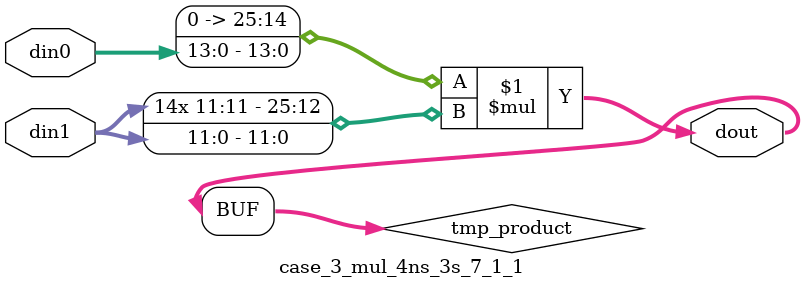
<source format=v>

`timescale 1 ns / 1 ps

 (* use_dsp = "no" *)  module case_3_mul_4ns_3s_7_1_1(din0, din1, dout);
parameter ID = 1;
parameter NUM_STAGE = 0;
parameter din0_WIDTH = 14;
parameter din1_WIDTH = 12;
parameter dout_WIDTH = 26;

input [din0_WIDTH - 1 : 0] din0; 
input [din1_WIDTH - 1 : 0] din1; 
output [dout_WIDTH - 1 : 0] dout;

wire signed [dout_WIDTH - 1 : 0] tmp_product;

























assign tmp_product = $signed({1'b0, din0}) * $signed(din1);










assign dout = tmp_product;





















endmodule

</source>
